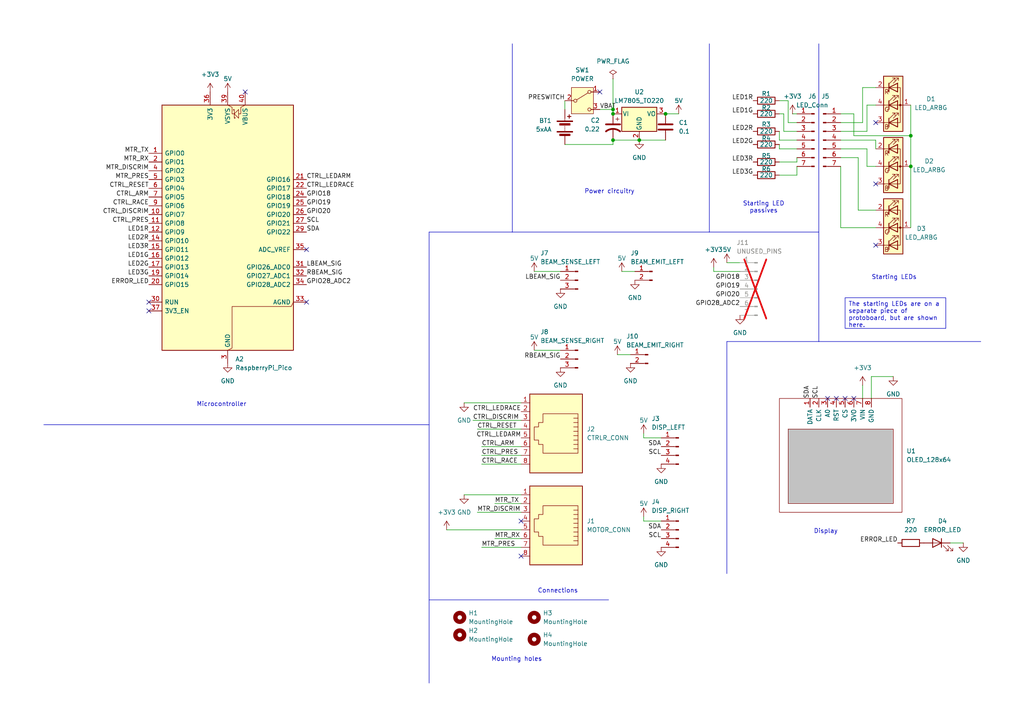
<source format=kicad_sch>
(kicad_sch (version 20231120) (generator "eeschema") (generator_version "8.0")
  (paper "A4")
  (lib_symbols
    (symbol "Adafruit_River:OLED128x64"
      (property "Reference" "U" (at 0 0 0))
      (symbol "OLED128x64_0_1"
        (rectangle (start 2.54 -10.16) (end 33.02 -31.75) (fill (type color) (color 194 194 194 1)))
      )
      (symbol "OLED128x64_1_1"
        (rectangle (start 0 -1.27) (end 35.56 -34.29))
        (pin bidirectional line (at 8.89 -1.27 270) (length 2.54) (name "DATA") (number "1"))
        (pin bidirectional line (at 11.43 -1.27 270) (length 2.54) (name "CLK") (number "2"))
        (pin input line (at 13.97 -1.27 270) (length 2.54) (name "A0") (number "3"))
        (pin input line (at 16.51 -1.27 270) (length 2.54) (name "RST") (number "4"))
        (pin input line (at 19.05 -1.27 270) (length 2.54) (name "CS") (number "5"))
        (pin power_out line (at 21.59 -1.27 270) (length 2.54) (name "3VO") (number "6"))
        (pin power_in line (at 24.13 -1.27 270) (length 2.54) (name "VIN") (number "7"))
        (pin power_in line (at 26.67 -1.27 270) (length 2.54) (name "GND") (number "8"))
      )
    )
    (symbol "Connector:Conn_01x02_Pin" (pin_names (offset 1.016) hide)
      (property "Reference" "J" (at 0 2.54 0))
      (property "Value" "Conn_01x02_Pin" (at 0 -5.08 0))
      (symbol "Conn_01x02_Pin_1_1"
        (polyline (pts (xy 1.27 -2.54) (xy 0.8636 -2.54)) (stroke (width 0.1524)))
        (polyline (pts (xy 1.27 0) (xy 0.8636 0)) (stroke (width 0.1524)))
        (rectangle (start 0.8636 -2.413) (end 0 -2.667) (stroke (width 0.1524)) (fill (type outline)))
        (rectangle (start 0.8636 0.127) (end 0 -0.127) (stroke (width 0.1524)) (fill (type outline)))
        (pin passive line (at 5.08 0 180) (length 3.81) (name "Pin_1") (number "1"))
        (pin passive line (at 5.08 -2.54 180) (length 3.81) (name "Pin_2") (number "2"))
      )
    )
    (symbol "Connector:Conn_01x03_Pin" (pin_names (offset 1.016) hide)
      (property "Reference" "J" (at 0 5.08 0))
      (property "Value" "Conn_01x03_Pin" (at 0 -5.08 0))
      (symbol "Conn_01x03_Pin_1_1"
        (polyline (pts (xy 1.27 -2.54) (xy 0.8636 -2.54)) (stroke (width 0.1524)))
        (polyline (pts (xy 1.27 0) (xy 0.8636 0)) (stroke (width 0.1524)))
        (polyline (pts (xy 1.27 2.54) (xy 0.8636 2.54)) (stroke (width 0.1524)))
        (rectangle (start 0.8636 -2.413) (end 0 -2.667) (stroke (width 0.1524)) (fill (type outline)))
        (rectangle (start 0.8636 0.127) (end 0 -0.127) (stroke (width 0.1524)) (fill (type outline)))
        (rectangle (start 0.8636 2.667) (end 0 2.413) (stroke (width 0.1524)) (fill (type outline)))
        (pin passive line (at 5.08 2.54 180) (length 3.81) (name "Pin_1") (number "1"))
        (pin passive line (at 5.08 0 180) (length 3.81) (name "Pin_2") (number "2"))
        (pin passive line (at 5.08 -2.54 180) (length 3.81) (name "Pin_3") (number "3"))
      )
    )
    (symbol "Connector:Conn_01x04_Pin" (pin_names (offset 1.016) hide)
      (property "Reference" "J" (at 0 5.08 0))
      (property "Value" "Conn_01x04_Pin" (at 0 -7.62 0))
      (symbol "Conn_01x04_Pin_1_1"
        (polyline (pts (xy 1.27 -5.08) (xy 0.8636 -5.08)) (stroke (width 0.1524)))
        (polyline (pts (xy 1.27 -2.54) (xy 0.8636 -2.54)) (stroke (width 0.1524)))
        (polyline (pts (xy 1.27 0) (xy 0.8636 0)) (stroke (width 0.1524)))
        (polyline (pts (xy 1.27 2.54) (xy 0.8636 2.54)) (stroke (width 0.1524)))
        (rectangle (start 0.8636 -4.953) (end 0 -5.207) (stroke (width 0.1524)) (fill (type outline)))
        (rectangle (start 0.8636 -2.413) (end 0 -2.667) (stroke (width 0.1524)) (fill (type outline)))
        (rectangle (start 0.8636 0.127) (end 0 -0.127) (stroke (width 0.1524)) (fill (type outline)))
        (rectangle (start 0.8636 2.667) (end 0 2.413) (stroke (width 0.1524)) (fill (type outline)))
        (pin passive line (at 5.08 2.54 180) (length 3.81) (name "Pin_1") (number "1"))
        (pin passive line (at 5.08 0 180) (length 3.81) (name "Pin_2") (number "2"))
        (pin passive line (at 5.08 -2.54 180) (length 3.81) (name "Pin_3") (number "3"))
        (pin passive line (at 5.08 -5.08 180) (length 3.81) (name "Pin_4") (number "4"))
      )
    )
    (symbol "Connector:Conn_01x07_Pin" (pin_names (offset 1.016) hide)
      (property "Reference" "J" (at 0 10.16 0))
      (property "Value" "Conn_01x07_Pin" (at 0 -10.16 0))
      (symbol "Conn_01x07_Pin_1_1"
        (polyline (pts (xy 1.27 -7.62) (xy 0.8636 -7.62)) (stroke (width 0.1524)))
        (polyline (pts (xy 1.27 -5.08) (xy 0.8636 -5.08)) (stroke (width 0.1524)))
        (polyline (pts (xy 1.27 -2.54) (xy 0.8636 -2.54)) (stroke (width 0.1524)))
        (polyline (pts (xy 1.27 0) (xy 0.8636 0)) (stroke (width 0.1524)))
        (polyline (pts (xy 1.27 2.54) (xy 0.8636 2.54)) (stroke (width 0.1524)))
        (polyline (pts (xy 1.27 5.08) (xy 0.8636 5.08)) (stroke (width 0.1524)))
        (polyline (pts (xy 1.27 7.62) (xy 0.8636 7.62)) (stroke (width 0.1524)))
        (rectangle (start 0.8636 -7.493) (end 0 -7.747) (stroke (width 0.1524)) (fill (type outline)))
        (rectangle (start 0.8636 -4.953) (end 0 -5.207) (stroke (width 0.1524)) (fill (type outline)))
        (rectangle (start 0.8636 -2.413) (end 0 -2.667) (stroke (width 0.1524)) (fill (type outline)))
        (rectangle (start 0.8636 0.127) (end 0 -0.127) (stroke (width 0.1524)) (fill (type outline)))
        (rectangle (start 0.8636 2.667) (end 0 2.413) (stroke (width 0.1524)) (fill (type outline)))
        (rectangle (start 0.8636 5.207) (end 0 4.953) (stroke (width 0.1524)) (fill (type outline)))
        (rectangle (start 0.8636 7.747) (end 0 7.493) (stroke (width 0.1524)) (fill (type outline)))
        (pin passive line (at 5.08 7.62 180) (length 3.81) (name "Pin_1") (number "1"))
        (pin passive line (at 5.08 5.08 180) (length 3.81) (name "Pin_2") (number "2"))
        (pin passive line (at 5.08 2.54 180) (length 3.81) (name "Pin_3") (number "3"))
        (pin passive line (at 5.08 0 180) (length 3.81) (name "Pin_4") (number "4"))
        (pin passive line (at 5.08 -2.54 180) (length 3.81) (name "Pin_5") (number "5"))
        (pin passive line (at 5.08 -5.08 180) (length 3.81) (name "Pin_6") (number "6"))
        (pin passive line (at 5.08 -7.62 180) (length 3.81) (name "Pin_7") (number "7"))
      )
    )
    (symbol "Connector:RJ45" (pin_names (offset 1.016))
      (property "Reference" "J" (at -5.08 13.97 0))
      (property "Value" "RJ45" (at 2.54 13.97 0))
      (symbol "RJ45_0_1"
        (polyline (pts (xy -5.08 4.445) (xy -6.35 4.445)))
        (polyline (pts (xy -5.08 5.715) (xy -6.35 5.715)))
        (polyline (pts (xy -6.35 -3.175) (xy -5.08 -3.175) (xy -5.08 -3.175)))
        (polyline (pts (xy -6.35 -1.905) (xy -5.08 -1.905) (xy -5.08 -1.905)))
        (polyline (pts (xy -6.35 -0.635) (xy -5.08 -0.635) (xy -5.08 -0.635)))
        (polyline (pts (xy -6.35 0.635) (xy -5.08 0.635) (xy -5.08 0.635)))
        (polyline (pts (xy -6.35 1.905) (xy -5.08 1.905) (xy -5.08 1.905)))
        (polyline (pts (xy -5.08 3.175) (xy -6.35 3.175) (xy -6.35 3.175)))
        (polyline (pts (xy -6.35 -4.445) (xy -6.35 6.985) (xy 3.81 6.985) (xy 3.81 4.445) (xy 5.08 4.445) (xy 5.08 3.175) (xy 6.35 3.175) (xy 6.35 -0.635) (xy 5.08 -0.635) (xy 5.08 -1.905) (xy 3.81 -1.905) (xy 3.81 -4.445) (xy -6.35 -4.445) (xy -6.35 -4.445)))
        (rectangle (start 7.62 12.7) (end -7.62 -10.16) (stroke (width 0.254)) (fill (type background)))
      )
      (symbol "RJ45_1_1"
        (pin passive line (at 10.16 -7.62 180) (length 2.54) (name "~") (number "1"))
        (pin passive line (at 10.16 -5.08 180) (length 2.54) (name "~") (number "2"))
        (pin passive line (at 10.16 -2.54 180) (length 2.54) (name "~") (number "3"))
        (pin passive line (at 10.16 0 180) (length 2.54) (name "~") (number "4"))
        (pin passive line (at 10.16 2.54 180) (length 2.54) (name "~") (number "5"))
        (pin passive line (at 10.16 5.08 180) (length 2.54) (name "~") (number "6"))
        (pin passive line (at 10.16 7.62 180) (length 2.54) (name "~") (number "7"))
        (pin passive line (at 10.16 10.16 180) (length 2.54) (name "~") (number "8"))
      )
    )
    (symbol "Device:Battery" (pin_numbers hide) (pin_names (offset 0) hide)
      (property "Reference" "BT" (at 2.54 2.54 0))
      (property "Value" "Battery" (at 2.54 0 0))
      (symbol "Battery_0_1"
        (rectangle (start -2.286 -1.27) (end 2.286 -1.524) (fill (type outline)))
        (rectangle (start -2.286 1.778) (end 2.286 1.524) (fill (type outline)))
        (rectangle (start -1.524 -2.032) (end 1.524 -2.54) (fill (type outline)))
        (rectangle (start -1.524 1.016) (end 1.524 0.508) (fill (type outline)))
        (polyline (pts (xy 0 -1.016) (xy 0 -0.762)))
        (polyline (pts (xy 0 -0.508) (xy 0 -0.254)))
        (polyline (pts (xy 0 0) (xy 0 0.254)))
        (polyline (pts (xy 0 1.778) (xy 0 2.54)))
        (polyline (pts (xy 0.762 3.048) (xy 1.778 3.048)) (stroke (width 0.254)))
        (polyline (pts (xy 1.27 3.556) (xy 1.27 2.54)) (stroke (width 0.254)))
      )
      (symbol "Battery_1_1"
        (pin passive line (at 0 5.08 270) (length 2.54) (name "+") (number "1"))
        (pin passive line (at 0 -5.08 90) (length 2.54) (name "-") (number "2"))
      )
    )
    (symbol "Device:C" (pin_numbers hide) (pin_names (offset 0.254))
      (property "Reference" "C" (at 0.635 2.54 0))
      (property "Value" "C" (at 0.635 -2.54 0))
      (symbol "C_0_1"
        (polyline (pts (xy -2.032 -0.762) (xy 2.032 -0.762)) (stroke (width 0.508)))
        (polyline (pts (xy -2.032 0.762) (xy 2.032 0.762)) (stroke (width 0.508)))
      )
      (symbol "C_1_1"
        (pin passive line (at 0 3.81 270) (length 2.794) (name "~") (number "1"))
        (pin passive line (at 0 -3.81 90) (length 2.794) (name "~") (number "2"))
      )
    )
    (symbol "Device:C_Polarized_US" (pin_numbers hide) (pin_names (offset 0.254) hide)
      (property "Reference" "C" (at 0.635 2.54 0))
      (property "Value" "C_Polarized_US" (at 0.635 -2.54 0))
      (symbol "C_Polarized_US_0_1"
        (polyline (pts (xy -2.032 0.762) (xy 2.032 0.762)) (stroke (width 0.508)))
        (polyline (pts (xy -1.778 2.286) (xy -0.762 2.286)))
        (polyline (pts (xy -1.27 1.778) (xy -1.27 2.794)))
        (arc (start 2.032 -1.27) (mid 0 -0.5572) (end -2.032 -1.27) (stroke (width 0.508)))
      )
      (symbol "C_Polarized_US_1_1"
        (pin passive line (at 0 3.81 270) (length 2.794) (name "~") (number "1"))
        (pin passive line (at 0 -3.81 90) (length 3.302) (name "~") (number "2"))
      )
    )
    (symbol "Device:LED" (pin_numbers hide) (pin_names (offset 1.016) hide)
      (property "Reference" "D" (at 0 2.54 0))
      (property "Value" "LED" (at 0 -2.54 0))
      (symbol "LED_0_1"
        (polyline (pts (xy -1.27 -1.27) (xy -1.27 1.27)) (stroke (width 0.254)))
        (polyline (pts (xy -1.27 0) (xy 1.27 0)))
        (polyline (pts (xy 1.27 -1.27) (xy 1.27 1.27) (xy -1.27 0) (xy 1.27 -1.27)) (stroke (width 0.254)))
        (polyline (pts (xy -3.048 -0.762) (xy -4.572 -2.286) (xy -3.81 -2.286) (xy -4.572 -2.286) (xy -4.572 -1.524)))
        (polyline (pts (xy -1.778 -0.762) (xy -3.302 -2.286) (xy -2.54 -2.286) (xy -3.302 -2.286) (xy -3.302 -1.524)))
      )
      (symbol "LED_1_1"
        (pin passive line (at -3.81 0 0) (length 2.54) (name "K") (number "1"))
        (pin passive line (at 3.81 0 180) (length 2.54) (name "A") (number "2"))
      )
    )
    (symbol "Device:LED_ARBG" (pin_names (offset 0) hide)
      (property "Reference" "D" (at 0 9.398 0))
      (property "Value" "LED_ARBG" (at 0 -8.89 0))
      (symbol "LED_ARBG_0_0"
        (text "B" (at -1.905 -6.35 0) (effects (font (size 1.27 1.27))))
        (text "G" (at -1.905 -1.27 0) (effects (font (size 1.27 1.27))))
        (text "R" (at -1.905 3.81 0) (effects (font (size 1.27 1.27))))
      )
      (symbol "LED_ARBG_0_1"
        (polyline (pts (xy -1.27 -5.08) (xy -2.54 -5.08)))
        (polyline (pts (xy -1.27 -5.08) (xy 1.27 -5.08)))
        (polyline (pts (xy -1.27 -3.81) (xy -1.27 -6.35)) (stroke (width 0.254)))
        (polyline (pts (xy -1.27 0) (xy -2.54 0)))
        (polyline (pts (xy -1.27 1.27) (xy -1.27 -1.27)) (stroke (width 0.254)))
        (polyline (pts (xy -1.27 5.08) (xy -2.54 5.08)))
        (polyline (pts (xy -1.27 5.08) (xy 1.27 5.08)))
        (polyline (pts (xy -1.27 6.35) (xy -1.27 3.81)) (stroke (width 0.254)))
        (polyline (pts (xy 1.27 0) (xy -1.27 0)))
        (polyline (pts (xy 1.27 0) (xy 2.54 0)))
        (polyline (pts (xy -1.27 1.27) (xy -1.27 -1.27) (xy -1.27 -1.27)))
        (polyline (pts (xy -1.27 6.35) (xy -1.27 3.81) (xy -1.27 3.81)))
        (polyline (pts (xy 1.27 -5.08) (xy 2.032 -5.08) (xy 2.032 5.08) (xy 1.27 5.08)))
        (polyline (pts (xy 1.27 -3.81) (xy 1.27 -6.35) (xy -1.27 -5.08) (xy 1.27 -3.81)) (stroke (width 0.254)))
        (polyline (pts (xy 1.27 1.27) (xy 1.27 -1.27) (xy -1.27 0) (xy 1.27 1.27)) (stroke (width 0.254)))
        (polyline (pts (xy 1.27 6.35) (xy 1.27 3.81) (xy -1.27 5.08) (xy 1.27 6.35)) (stroke (width 0.254)))
        (polyline (pts (xy -1.016 -3.81) (xy 0.508 -2.286) (xy -0.254 -2.286) (xy 0.508 -2.286) (xy 0.508 -3.048)))
        (polyline (pts (xy -1.016 1.27) (xy 0.508 2.794) (xy -0.254 2.794) (xy 0.508 2.794) (xy 0.508 2.032)))
        (polyline (pts (xy -1.016 6.35) (xy 0.508 7.874) (xy -0.254 7.874) (xy 0.508 7.874) (xy 0.508 7.112)))
        (polyline (pts (xy 0 -3.81) (xy 1.524 -2.286) (xy 0.762 -2.286) (xy 1.524 -2.286) (xy 1.524 -3.048)))
        (polyline (pts (xy 0 1.27) (xy 1.524 2.794) (xy 0.762 2.794) (xy 1.524 2.794) (xy 1.524 2.032)))
        (polyline (pts (xy 0 6.35) (xy 1.524 7.874) (xy 0.762 7.874) (xy 1.524 7.874) (xy 1.524 7.112)))
        (rectangle (start 1.27 -1.27) (end 1.27 1.27))
        (rectangle (start 1.27 1.27) (end 1.27 1.27))
        (rectangle (start 1.27 3.81) (end 1.27 6.35))
        (rectangle (start 1.27 6.35) (end 1.27 6.35))
        (circle (center 2.032 0) (radius 0.254) (fill (type outline)))
        (rectangle (start 2.794 8.382) (end -2.794 -7.62) (stroke (width 0.254)) (fill (type background)))
      )
      (symbol "LED_ARBG_1_1"
        (pin passive line (at 5.08 0 180) (length 2.54) (name "A") (number "1"))
        (pin passive line (at -5.08 5.08 0) (length 2.54) (name "RK") (number "2"))
        (pin passive line (at -5.08 -5.08 0) (length 2.54) (name "BK") (number "3"))
        (pin passive line (at -5.08 0 0) (length 2.54) (name "GK") (number "4"))
      )
    )
    (symbol "Device:R" (pin_numbers hide) (pin_names (offset 0))
      (property "Reference" "R" (at 2.032 0 90))
      (property "Value" "R" (at 0 0 90))
      (symbol "R_0_1"
        (rectangle (start -1.016 -2.54) (end 1.016 2.54) (stroke (width 0.254)))
      )
      (symbol "R_1_1"
        (pin passive line (at 0 3.81 270) (length 1.27) (name "~") (number "1"))
        (pin passive line (at 0 -3.81 90) (length 1.27) (name "~") (number "2"))
      )
    )
    (symbol "MCU_Module_RaspberryPi_Pico:RaspberryPi_Pico" (pin_names (offset 0.762))
      (property "Reference" "A" (at -19.05 38.1 0))
      (property "Value" "RaspberryPi_Pico" (at 7.62 38.1 0))
      (symbol "RaspberryPi_Pico_0_1"
        (rectangle (start -19.05 36.83) (end 19.05 -34.29) (stroke (width 0.254)) (fill (type background)))
        (polyline (pts (xy 0 36.83) (xy 1.27 36.195) (xy 1.27 34.29) (xy 1.905 34.29)))
        (polyline (pts (xy 1.905 34.29) (xy 3.175 35.56) (xy 3.175 33.02) (xy 1.905 34.29)))
        (polyline (pts (xy 5.08 36.83) (xy 3.81 36.195) (xy 3.81 34.29) (xy 3.175 34.29)))
        (polyline (pts (xy 0 -34.29) (xy 1.27 -33.655) (xy 1.27 -21.59) (xy 18.415 -21.59) (xy 19.05 -20.32)))
        (polyline (pts (xy 1.651 35.306) (xy 1.651 35.56) (xy 1.905 35.56) (xy 1.905 33.02) (xy 2.159 33.02) (xy 2.159 33.274)))
      )
      (symbol "RaspberryPi_Pico_1_1"
        (pin bidirectional line (at -22.86 22.86 0) (length 3.81) (name "GPIO0") (number "1"))
        (pin bidirectional line (at -22.86 5.08 0) (length 3.81) (name "GPIO7") (number "10"))
        (pin bidirectional line (at -22.86 2.54 0) (length 3.81) (name "GPIO8") (number "11"))
        (pin bidirectional line (at -22.86 0 0) (length 3.81) (name "GPIO9") (number "12"))
        (pin passive line (at 0 -38.1 90) (length 3.81) hide (name "GND") (number "13"))
        (pin bidirectional line (at -22.86 -2.54 0) (length 3.81) (name "GPIO10") (number "14"))
        (pin bidirectional line (at -22.86 -5.08 0) (length 3.81) (name "GPIO11") (number "15"))
        (pin bidirectional line (at -22.86 -7.62 0) (length 3.81) (name "GPIO12") (number "16"))
        (pin bidirectional line (at -22.86 -10.16 0) (length 3.81) (name "GPIO13") (number "17"))
        (pin passive line (at 0 -38.1 90) (length 3.81) hide (name "GND") (number "18"))
        (pin bidirectional line (at -22.86 -12.7 0) (length 3.81) (name "GPIO14") (number "19"))
        (pin bidirectional line (at -22.86 20.32 0) (length 3.81) (name "GPIO1") (number "2"))
        (pin bidirectional line (at -22.86 -15.24 0) (length 3.81) (name "GPIO15") (number "20"))
        (pin bidirectional line (at 22.86 15.24 180) (length 3.81) (name "GPIO16") (number "21"))
        (pin bidirectional line (at 22.86 12.7 180) (length 3.81) (name "GPIO17") (number "22"))
        (pin passive line (at 0 -38.1 90) (length 3.81) hide (name "GND") (number "23"))
        (pin bidirectional line (at 22.86 10.16 180) (length 3.81) (name "GPIO18") (number "24"))
        (pin bidirectional line (at 22.86 7.62 180) (length 3.81) (name "GPIO19") (number "25"))
        (pin bidirectional line (at 22.86 5.08 180) (length 3.81) (name "GPIO20") (number "26"))
        (pin bidirectional line (at 22.86 2.54 180) (length 3.81) (name "GPIO21") (number "27"))
        (pin passive line (at 0 -38.1 90) (length 3.81) hide (name "GND") (number "28"))
        (pin bidirectional line (at 22.86 0 180) (length 3.81) (name "GPIO22") (number "29"))
        (pin power_out line (at 0 -38.1 90) (length 3.81) (name "GND") (number "3"))
        (pin input line (at -22.86 -20.32 0) (length 3.81) (name "RUN") (number "30"))
        (pin bidirectional line (at 22.86 -10.16 180) (length 3.81) (name "GPIO26_ADC0") (number "31"))
        (pin bidirectional line (at 22.86 -12.7 180) (length 3.81) (name "GPIO27_ADC1") (number "32"))
        (pin power_out line (at 22.86 -20.32 180) (length 3.81) (name "AGND") (number "33"))
        (pin bidirectional line (at 22.86 -15.24 180) (length 3.81) (name "GPIO28_ADC2") (number "34"))
        (pin power_in line (at 22.86 -5.08 180) (length 3.81) (name "ADC_VREF") (number "35"))
        (pin power_out line (at -5.08 40.64 270) (length 3.81) (name "3V3") (number "36"))
        (pin input line (at -22.86 -22.86 0) (length 3.81) (name "3V3_EN") (number "37"))
        (pin passive line (at 0 -38.1 90) (length 3.81) hide (name "GND") (number "38"))
        (pin power_in line (at 0 40.64 270) (length 3.81) (name "VSYS") (number "39"))
        (pin bidirectional line (at -22.86 17.78 0) (length 3.81) (name "GPIO2") (number "4"))
        (pin power_out line (at 5.08 40.64 270) (length 3.81) (name "VBUS") (number "40"))
        (pin bidirectional line (at -22.86 15.24 0) (length 3.81) (name "GPIO3") (number "5"))
        (pin bidirectional line (at -22.86 12.7 0) (length 3.81) (name "GPIO4") (number "6"))
        (pin bidirectional line (at -22.86 10.16 0) (length 3.81) (name "GPIO5") (number "7"))
        (pin passive line (at 0 -38.1 90) (length 3.81) hide (name "GND") (number "8"))
        (pin bidirectional line (at -22.86 7.62 0) (length 3.81) (name "GPIO6") (number "9"))
      )
    )
    (symbol "Mechanical:MountingHole" (pin_names (offset 1.016)) (exclude_from_sim yes) (in_bom no)
      (property "Reference" "H" (at 0 5.08 0))
      (property "Value" "MountingHole" (at 0 3.175 0))
      (symbol "MountingHole_0_1"
        (circle (center 0 0) (radius 1.27) (stroke (width 1.27)))
      )
    )
    (symbol "Regulator_Linear:LM7805_TO220" (pin_names (offset 0.254))
      (property "Reference" "U" (at -3.81 3.175 0))
      (property "Value" "LM7805_TO220" (at 0 3.175 0))
      (symbol "LM7805_TO220_0_1"
        (rectangle (start -5.08 1.905) (end 5.08 -5.08) (stroke (width 0.254)) (fill (type background)))
      )
      (symbol "LM7805_TO220_1_1"
        (pin power_in line (at -7.62 0 0) (length 2.54) (name "VI") (number "1"))
        (pin power_in line (at 0 -7.62 90) (length 2.54) (name "GND") (number "2"))
        (pin power_out line (at 7.62 0 180) (length 2.54) (name "VO") (number "3"))
      )
    )
    (symbol "SparkFun-PowerSymbol:5V" (power) (pin_names (offset 0))
      (property "Value" "5V" (at 0 3.81 0))
      (symbol "5V_0_1"
        (polyline (pts (xy -0.762 1.27) (xy 0 2.54)))
        (polyline (pts (xy 0 0) (xy 0 2.54)))
        (polyline (pts (xy 0 2.54) (xy 0.762 1.27)))
      )
      (symbol "5V_1_1"
        (pin power_in line (at 0 0 90) (length 0) hide (name "5V") (number "1"))
      )
    )
    (symbol "Switch:SW_SPDT" (pin_names (offset 0) hide)
      (property "Reference" "SW" (at 0 5.08 0))
      (property "Value" "SW_SPDT" (at 0 -5.08 0))
      (symbol "SW_SPDT_0_1"
        (circle (center -2.032 0) (radius 0.4572))
        (polyline (pts (xy -1.651 0.254) (xy 1.651 2.286)))
        (circle (center 2.032 -2.54) (radius 0.4572))
        (circle (center 2.032 2.54) (radius 0.4572))
      )
      (symbol "SW_SPDT_1_1"
        (rectangle (start -3.175 3.81) (end 3.175 -3.81) (fill (type background)))
        (pin passive line (at 5.08 2.54 180) (length 2.54) (name "A") (number "1"))
        (pin passive line (at -5.08 0 0) (length 2.54) (name "B") (number "2"))
        (pin passive line (at 5.08 -2.54 180) (length 2.54) (name "C") (number "3"))
      )
    )
    (symbol "power:+3V3" (power) (pin_numbers hide) (pin_names (offset 0) hide)
      (property "Value" "+3V3" (at 0 3.556 0))
      (symbol "+3V3_0_1"
        (polyline (pts (xy -0.762 1.27) (xy 0 2.54)))
        (polyline (pts (xy 0 0) (xy 0 2.54)))
        (polyline (pts (xy 0 2.54) (xy 0.762 1.27)))
      )
      (symbol "+3V3_1_1"
        (pin power_in line (at 0 0 90) (length 0) (name "~") (number "1"))
      )
    )
    (symbol "power:GND" (power) (pin_numbers hide) (pin_names (offset 0) hide)
      (property "Value" "GND" (at 0 -3.81 0))
      (symbol "GND_0_1"
        (polyline (pts (xy 0 0) (xy 0 -1.27) (xy 1.27 -1.27) (xy 0 -2.54) (xy -1.27 -1.27) (xy 0 -1.27)))
      )
      (symbol "GND_1_1"
        (pin power_in line (at 0 0 270) (length 0) (name "~") (number "1"))
      )
    )
    (symbol "power:PWR_FLAG" (power) (pin_numbers hide) (pin_names (offset 0) hide)
      (property "Value" "PWR_FLAG" (at 0 3.81 0))
      (symbol "PWR_FLAG_0_0"
        (pin power_out line (at 0 0 90) (length 0) (name "~") (number "1"))
      )
      (symbol "PWR_FLAG_0_1"
        (polyline (pts (xy 0 0) (xy 0 1.27) (xy -1.016 1.905) (xy 0 2.54) (xy 1.016 1.905) (xy 0 1.27)))
      )
    )
  )
  (junction (at 264.16 39.37))
  (junction (at 177.8 40.64))
  (junction (at 177.8 33.02))
  (junction (at 185.42 40.64))
  (junction (at 264.16 48.26))
  (junction (at 177.8 31.75))
  (junction (at 193.04 33.02))
  (no_connect (at 173.99 26.67))
  (no_connect (at 151.13 161.29))
  (no_connect (at 151.13 151.13))
  (no_connect (at 71.12 26.67))
  (no_connect (at 247.65 115.57))
  (no_connect (at 43.18 87.63))
  (no_connect (at 88.9 72.39))
  (no_connect (at 254 35.56))
  (no_connect (at 88.9 87.63))
  (no_connect (at 242.57 115.57))
  (no_connect (at 240.03 115.57))
  (no_connect (at 254 53.34))
  (no_connect (at 43.18 90.17))
  (no_connect (at 254 71.12))
  (no_connect (at 245.11 115.57))
  (wire (pts (xy 180.34 78.74) (xy 184.15 78.74)))
  (polyline (pts (xy 237.49 99.06) (xy 284.48 99.06)))
  (polyline (pts (xy 205.74 67.31) (xy 237.49 67.31)))
  (wire (pts (xy 226.06 38.1) (xy 226.06 40.64)))
  (wire (pts (xy 251.46 30.48) (xy 254 30.48)))
  (polyline (pts (xy 210.82 99.06) (xy 210.82 166.37)))
  (wire (pts (xy 243.84 43.18) (xy 251.46 43.18)))
  (wire (pts (xy 137.16 121.92) (xy 151.13 121.92)))
  (wire (pts (xy 251.46 43.18) (xy 251.46 48.26)))
  (wire (pts (xy 264.16 48.26) (xy 264.16 66.04)))
  (wire (pts (xy 173.99 31.75) (xy 177.8 31.75)))
  (wire (pts (xy 138.43 124.46) (xy 151.13 124.46)))
  (wire (pts (xy 139.7 158.75) (xy 151.13 158.75)))
  (wire (pts (xy 250.19 111.76) (xy 250.19 115.57)))
  (wire (pts (xy 243.84 45.72) (xy 248.92 45.72)))
  (polyline (pts (xy 12.7 123.19) (xy 124.46 123.19)))
  (wire (pts (xy 210.82 76.2) (xy 214.63 76.2)))
  (wire (pts (xy 251.46 48.26) (xy 254 48.26)))
  (wire (pts (xy 248.92 45.72) (xy 248.92 60.96)))
  (wire (pts (xy 228.6 29.21) (xy 228.6 35.56)))
  (polyline (pts (xy 148.59 12.7) (xy 148.59 67.31)))
  (polyline (pts (xy 148.59 67.31) (xy 205.74 67.31)))
  (wire (pts (xy 154.94 101.6) (xy 162.56 101.6)))
  (wire (pts (xy 243.84 66.04) (xy 254 66.04)))
  (wire (pts (xy 186.69 149.86) (xy 186.69 151.13)))
  (wire (pts (xy 226.06 41.91) (xy 226.06 43.18)))
  (wire (pts (xy 243.84 40.64) (xy 254 40.64)))
  (wire (pts (xy 138.43 148.59) (xy 151.13 148.59)))
  (wire (pts (xy 154.94 78.74) (xy 162.56 78.74)))
  (wire (pts (xy 226.06 43.18) (xy 231.14 43.18)))
  (wire (pts (xy 177.8 31.75) (xy 177.8 33.02)))
  (wire (pts (xy 226.06 50.8) (xy 231.14 50.8)))
  (wire (pts (xy 186.69 125.73) (xy 186.69 127)))
  (wire (pts (xy 228.6 35.56) (xy 231.14 35.56)))
  (wire (pts (xy 250.19 25.4) (xy 254 25.4)))
  (wire (pts (xy 248.92 60.96) (xy 254 60.96)))
  (wire (pts (xy 193.04 33.02) (xy 196.85 33.02)))
  (wire (pts (xy 177.8 40.64) (xy 185.42 40.64)))
  (wire (pts (xy 163.83 41.91) (xy 177.8 41.91)))
  (wire (pts (xy 227.33 33.02) (xy 227.33 38.1)))
  (wire (pts (xy 279.4 157.48) (xy 275.59 157.48)))
  (wire (pts (xy 185.42 40.64) (xy 193.04 40.64)))
  (wire (pts (xy 243.84 48.26) (xy 243.84 66.04)))
  (wire (pts (xy 207.01 78.74) (xy 214.63 78.74)))
  (polyline (pts (xy 124.46 67.31) (xy 148.59 67.31)))
  (wire (pts (xy 247.65 33.02) (xy 247.65 39.37)))
  (wire (pts (xy 231.14 50.8) (xy 231.14 48.26)))
  (wire (pts (xy 186.69 127) (xy 191.77 127)))
  (wire (pts (xy 264.16 30.48) (xy 264.16 39.37)))
  (wire (pts (xy 226.06 40.64) (xy 231.14 40.64)))
  (polyline (pts (xy 124.46 123.19) (xy 124.46 198.12)))
  (wire (pts (xy 177.8 41.91) (xy 177.8 40.64)))
  (wire (pts (xy 226.06 46.99) (xy 231.14 46.99)))
  (wire (pts (xy 250.19 35.56) (xy 250.19 25.4)))
  (wire (pts (xy 186.69 151.13) (xy 191.77 151.13)))
  (wire (pts (xy 179.07 102.87) (xy 182.88 102.87)))
  (wire (pts (xy 251.46 38.1) (xy 251.46 30.48)))
  (wire (pts (xy 243.84 35.56) (xy 250.19 35.56)))
  (wire (pts (xy 177.8 22.86) (xy 177.8 31.75)))
  (wire (pts (xy 243.84 33.02) (xy 247.65 33.02)))
  (wire (pts (xy 134.62 116.84) (xy 151.13 116.84)))
  (wire (pts (xy 247.65 39.37) (xy 264.16 39.37)))
  (polyline (pts (xy 124.46 123.19) (xy 124.46 67.31)))
  (wire (pts (xy 252.73 109.22) (xy 252.73 115.57)))
  (wire (pts (xy 207.01 77.47) (xy 207.01 78.74)))
  (wire (pts (xy 243.84 38.1) (xy 251.46 38.1)))
  (wire (pts (xy 229.87 33.02) (xy 231.14 33.02)))
  (wire (pts (xy 264.16 39.37) (xy 264.16 48.26)))
  (wire (pts (xy 134.62 143.51) (xy 151.13 143.51)))
  (polyline (pts (xy 205.74 12.7) (xy 205.74 67.31)))
  (polyline (pts (xy 124.46 173.99) (xy 176.53 173.99)))
  (wire (pts (xy 163.83 29.21) (xy 163.83 31.75)))
  (polyline (pts (xy 237.49 12.7) (xy 237.49 99.06)))
  (wire (pts (xy 226.06 29.21) (xy 228.6 29.21)))
  (wire (pts (xy 143.51 156.21) (xy 151.13 156.21)))
  (wire (pts (xy 231.14 46.99) (xy 231.14 45.72)))
  (wire (pts (xy 139.7 129.54) (xy 151.13 129.54)))
  (wire (pts (xy 259.08 109.22) (xy 252.73 109.22)))
  (wire (pts (xy 143.51 146.05) (xy 151.13 146.05)))
  (wire (pts (xy 227.33 38.1) (xy 231.14 38.1)))
  (wire (pts (xy 139.7 132.08) (xy 151.13 132.08)))
  (wire (pts (xy 139.7 134.62) (xy 151.13 134.62)))
  (wire (pts (xy 129.54 153.67) (xy 151.13 153.67)))
  (polyline (pts (xy 237.49 99.06) (xy 210.82 99.06)))
  (wire (pts (xy 226.06 33.02) (xy 227.33 33.02)))
  (wire (pts (xy 254 40.64) (xy 254 43.18)))
  (text_box "The starting LEDs are on a separate piece of protoboard, but are shown here." (at 245.11 86.36 0) (size 29.21 8.89) (effects (font (size 1.27 1.27)) (justify left top)))
  (text "Starting LED\npassives" (at 221.488 60.198 0) (effects (font (size 1.27 1.27))))
  (text "Power circuitry" (at 176.784 55.626 0) (effects (font (size 1.27 1.27))))
  (text "Connections" (at 161.798 171.45 0) (effects (font (size 1.27 1.27))))
  (text "Display\n" (at 239.522 154.178 0) (effects (font (size 1.27 1.27))))
  (text "Starting LEDs" (at 259.334 80.518 0) (effects (font (size 1.27 1.27))))
  (text "Mounting holes" (at 149.86 191.262 0) (effects (font (size 1.27 1.27))))
  (text "Microcontroller\n" (at 64.262 117.348 0) (effects (font (size 1.27 1.27))))
  (label "LED3G" (at 43.18 80.01 180))
  (label "CTRL_LEDRACE" (at 88.9 54.61 0))
  (label "ERROR_LED" (at 260.35 157.48 180))
  (label "SDA" (at 234.95 115.57 90))
  (label "RBEAM_SIG" (at 88.9 80.01 0))
  (label "CTRL_LEDARM" (at 151.13 127 180))
  (label "MTR_PRES" (at 139.7 158.75 0))
  (label "GPIO20" (at 214.63 86.36 180))
  (label "PRESWITCH" (at 163.83 29.21 180))
  (label "CTRL_RACE" (at 43.18 59.69 180))
  (label "SDA" (at 88.9 67.31 0))
  (label "GPIO20" (at 88.9 62.23 0))
  (label "ERROR_LED" (at 43.18 82.55 180))
  (label "LED1G" (at 43.18 74.93 180))
  (label "LED2R" (at 218.44 38.1 180))
  (label "CTRL_ARM" (at 43.18 57.15 180))
  (label "SDA" (at 191.77 129.54 180))
  (label "LED1G" (at 218.44 33.02 180))
  (label "CTRL_DISCRIM" (at 43.18 62.23 180))
  (label "LED2G" (at 43.18 77.47 180))
  (label "CTRL_LEDRACE" (at 151.13 119.38 180))
  (label "LBEAM_SIG" (at 162.56 81.28 180))
  (label "LED1R" (at 218.44 29.21 180))
  (label "GPIO28_ADC2" (at 214.63 88.9 180))
  (label "CTRL_PRES" (at 43.18 64.77 180))
  (label "LED2R" (at 43.18 69.85 180))
  (label "RBEAM_SIG" (at 162.56 104.14 180))
  (label "MTR_RX" (at 43.18 46.99 180))
  (label "MTR_PRES" (at 43.18 52.07 180))
  (label "SCL" (at 191.77 156.21 180))
  (label "LBEAM_SIG" (at 88.9 77.47 0))
  (label "GPIO18" (at 214.63 81.28 180))
  (label "MTR_TX" (at 43.18 44.45 180))
  (label "CTRL_LEDARM" (at 88.9 52.07 0))
  (label "GPIO19" (at 88.9 59.69 0))
  (label "SCL" (at 191.77 132.08 180))
  (label "SDA" (at 191.77 153.67 180))
  (label "GPIO28_ADC2" (at 88.9 82.55 0))
  (label "GPIO19" (at 214.63 83.82 180))
  (label "SCL" (at 88.9 64.77 0))
  (label "LED3R" (at 43.18 72.39 180))
  (label "CTRL_RESET" (at 43.18 54.61 180))
  (label "SCL" (at 237.49 115.57 90))
  (label "CTRL_DISCRIM" (at 137.16 121.92 0))
  (label "MTR_DISCRIM" (at 138.43 148.59 0))
  (label "MTR_RX" (at 143.51 156.21 0))
  (label "LED3R" (at 218.44 46.99 180))
  (label "LED1R" (at 43.18 67.31 180))
  (label "GPIO18" (at 88.9 57.15 0))
  (label "VBAT" (at 173.99 31.75 0))
  (label "CTRL_ARM" (at 139.7 129.54 0))
  (label "CTRL_RESET" (at 138.43 124.46 0))
  (label "LED2G" (at 218.44 41.91 180))
  (label "CTRL_PRES" (at 139.7 132.08 0))
  (label "MTR_TX" (at 143.51 146.05 0))
  (label "LED3G" (at 218.44 50.8 180))
  (label "CTRL_RACE" (at 139.7 134.62 0))
  (label "MTR_DISCRIM" (at 43.18 49.53 180))
  (symbol (lib_id "Device:R") (at 222.25 50.8 90) (unit 1)
    (property "Reference" "R6" (at 222.25 49.022 90))
    (property "Value" "220" (at 222.25 50.8 90))
    (property "Footprint" "Resistor_THT:R_Axial_DIN0207_L6.3mm_D2.5mm_P7.62mm_Horizontal" (effects (hide yes)))
    (property "Description" "Resistor" (effects (hide yes)))
  )
  (symbol (lib_id "power:+3V3") (at 229.87 33.02 0) (unit 1)
    (property "Reference" "#PWR05" (effects (hide yes)))
    (property "Value" "+3V3" (at 229.87 27.94 0))
    (property "Description" "Power symbol creates a global label with name \"+3V3\"" (effects (hide yes)))
  )
  (symbol (lib_id "Device:Battery") (at 163.83 36.83 0) (unit 1)
    (property "Reference" "BT1" (at 160.02 34.9884 0) (effects (justify right)))
    (property "Value" "5xAA" (at 160.02 37.5284 0) (effects (justify right)))
    (property "Footprint" "Connector_PinHeader_2.54mm:PinHeader_1x02_P2.54mm_Horizontal" (effects (hide yes)))
    (property "Description" "Multiple-cell battery" (effects (hide yes)))
  )
  (symbol (lib_id "power:+3V3") (at 207.01 77.47 0) (unit 1)
    (property "Reference" "#PWR026" (effects (hide yes)))
    (property "Value" "+3V3" (at 207.01 72.39 0))
    (property "Description" "Power symbol creates a global label with name \"+3V3\"" (effects (hide yes)))
  )
  (symbol (lib_id "Connector:Conn_01x07_Pin") (at 219.71 83.82 0) (mirror y) (unit 1) (dnp yes)
    (property "Reference" "J11" (at 213.614 70.358 0) (effects (justify right)))
    (property "Value" "UNUSED_PINS" (at 213.614 72.898 0) (effects (justify right)))
    (property "Footprint" "Connector_PinHeader_2.54mm:PinHeader_1x07_P2.54mm_Vertical" (effects (hide yes)))
    (property "Description" "Generic connector, single row, 01x07, script generated" (effects (hide yes)))
  )
  (symbol (lib_id "Device:C") (at 193.04 36.83 0) (unit 1)
    (property "Reference" "C1" (at 196.85 35.5599 0) (effects (justify left)))
    (property "Value" "0.1" (at 196.85 38.0999 0) (effects (justify left)))
    (property "Footprint" "Capacitor_THT:C_Disc_D5.0mm_W2.5mm_P5.00mm" (effects (hide yes)))
    (property "Description" "Unpolarized capacitor" (effects (hide yes)))
  )
  (symbol (lib_id "Connector:Conn_01x02_Pin") (at 187.96 102.87 0) (mirror y) (unit 1)
    (property "Reference" "J10" (at 181.61 97.536 0) (effects (justify right)))
    (property "Value" "BEAM_EMIT_RIGHT" (at 181.61 100.076 0) (effects (justify right)))
    (property "Footprint" "Connector_PinHeader_2.54mm:PinHeader_1x02_P2.54mm_Horizontal" (effects (hide yes)))
    (property "Description" "Generic connector, single row, 01x02, script generated" (effects (hide yes)))
  )
  (symbol (lib_id "power:GND") (at 184.15 81.28 0) (unit 1)
    (property "Reference" "#PWR014" (effects (hide yes)))
    (property "Value" "GND" (at 184.15 86.36 0))
    (property "Description" "Power symbol creates a global label with name \"GND\" , ground" (effects (hide yes)))
  )
  (symbol (lib_id "SparkFun-PowerSymbol:5V") (at 186.69 149.86 0) (unit 1)
    (property "Reference" "#PWR03" (effects (hide yes)))
    (property "Value" "5V" (at 186.69 146.05 0))
    (property "Description" "Power symbol creates a global label with name \"5V\"" (effects (hide yes)))
  )
  (symbol (lib_id "Adafruit_River:OLED128x64") (at 226.06 114.3 0) (unit 1)
    (property "Reference" "U1" (at 262.89 130.8099 0) (effects (justify left)))
    (property "Value" "OLED_128x64" (at 262.89 133.3499 0) (effects (justify left)))
    (property "Footprint" "Display:Adafruit_SSD1306_No_Mounting_Holes" (effects (hide yes)))
  )
  (symbol (lib_id "Device:LED_ARBG") (at 259.08 30.48 0) (unit 1) (on_board no)
    (property "Reference" "D1" (at 270.002 28.702 0))
    (property "Value" "LED_ARBG" (at 270.002 31.242 0))
    (property "Footprint" "LED_THT:LED_D5.0mm-4_RGB" (effects (hide yes)))
    (property "Description" "RGB LED, anode/red/blue/green" (effects (hide yes)))
  )
  (symbol (lib_id "SparkFun-PowerSymbol:5V") (at 179.07 102.87 0) (unit 1)
    (property "Reference" "#PWR021" (effects (hide yes)))
    (property "Value" "5V" (at 179.07 99.06 0))
    (property "Description" "Power symbol creates a global label with name \"5V\"" (effects (hide yes)))
  )
  (symbol (lib_id "Mechanical:MountingHole") (at 133.35 179.07 0) (unit 1) (exclude_from_sim yes) (in_bom no)
    (property "Reference" "H1" (at 135.89 177.7999 0) (effects (justify left)))
    (property "Value" "MountingHole" (at 135.89 180.3399 0) (effects (justify left)))
    (property "Footprint" "MountingHole:MountingHole_3mm" (effects (hide yes)))
    (property "Description" "Mounting Hole without connection" (effects (hide yes)))
  )
  (symbol (lib_id "power:GND") (at 66.04 105.41 0) (unit 1)
    (property "Reference" "#PWR020" (effects (hide yes)))
    (property "Value" "GND" (at 66.04 110.49 0))
    (property "Description" "Power symbol creates a global label with name \"GND\" , ground" (effects (hide yes)))
  )
  (symbol (lib_id "power:GND") (at 185.42 40.64 0) (unit 1)
    (property "Reference" "#PWR06" (effects (hide yes)))
    (property "Value" "GND" (at 185.42 45.72 0))
    (property "Description" "Power symbol creates a global label with name \"GND\" , ground" (effects (hide yes)))
  )
  (symbol (lib_id "Device:R") (at 222.25 29.21 90) (unit 1)
    (property "Reference" "R1" (at 222.25 27.178 90))
    (property "Value" "220" (at 222.25 29.21 90))
    (property "Footprint" "Resistor_THT:R_Axial_DIN0207_L6.3mm_D2.5mm_P7.62mm_Horizontal" (effects (hide yes)))
    (property "Description" "Resistor" (effects (hide yes)))
  )
  (symbol (lib_id "SparkFun-PowerSymbol:5V") (at 66.04 26.67 0) (unit 1)
    (property "Reference" "#PWR08" (effects (hide yes)))
    (property "Value" "5V" (at 66.04 22.86 0))
    (property "Description" "Power symbol creates a global label with name \"5V\"" (effects (hide yes)))
  )
  (symbol (lib_id "Device:R") (at 222.25 38.1 90) (unit 1)
    (property "Reference" "R3" (at 222.25 36.068 90))
    (property "Value" "220" (at 222.25 38.1 90))
    (property "Footprint" "Resistor_THT:R_Axial_DIN0207_L6.3mm_D2.5mm_P7.62mm_Horizontal" (effects (hide yes)))
    (property "Description" "Resistor" (effects (hide yes)))
  )
  (symbol (lib_id "Connector:Conn_01x03_Pin") (at 167.64 104.14 0) (mirror y) (unit 1)
    (property "Reference" "J8" (at 156.718 96.266 0) (effects (justify right)))
    (property "Value" "BEAM_SENSE_RIGHT" (at 156.718 98.806 0) (effects (justify right)))
    (property "Footprint" "Connector_PinHeader_2.54mm:PinHeader_1x03_P2.54mm_Horizontal" (effects (hide yes)))
    (property "Description" "Generic connector, single row, 01x03, script generated" (effects (hide yes)))
  )
  (symbol (lib_id "MCU_Module_RaspberryPi_Pico:RaspberryPi_Pico") (at 66.04 67.31 0) (unit 1)
    (property "Reference" "A2" (at 68.2341 104.14 0) (effects (justify left)))
    (property "Value" "RaspberryPi_Pico" (at 68.2341 106.68 0) (effects (justify left)))
    (property "Footprint" "Module:RaspberryPi_Pico_Common_THT" (effects (hide yes)))
    (property "Datasheet" "https://datasheets.raspberrypi.com/pico/pico-datasheet.pdf" (effects (hide yes)))
    (property "Description" "Versatile and inexpensive microcontroller module powered by RP2040 dual-core Arm Cortex-M0+ processor up to 133 MHz, 264kB SRAM, 2MB QSPI flash" (effects (hide yes)))
  )
  (symbol (lib_id "Mechanical:MountingHole") (at 154.94 185.42 0) (unit 1) (exclude_from_sim yes) (in_bom no)
    (property "Reference" "H4" (at 157.48 184.1499 0) (effects (justify left)))
    (property "Value" "MountingHole" (at 157.48 186.6899 0) (effects (justify left)))
    (property "Footprint" "MountingHole:MountingHole_3mm" (effects (hide yes)))
    (property "Description" "Mounting Hole without connection" (effects (hide yes)))
  )
  (symbol (lib_id "power:+3V3") (at 250.19 111.76 0) (unit 1)
    (property "Reference" "#PWR027" (effects (hide yes)))
    (property "Value" "+3V3" (at 250.19 106.68 0))
    (property "Description" "Power symbol creates a global label with name \"+3V3\"" (effects (hide yes)))
  )
  (symbol (lib_id "power:GND") (at 162.56 106.68 0) (unit 1)
    (property "Reference" "#PWR012" (effects (hide yes)))
    (property "Value" "GND" (at 162.56 111.76 0))
    (property "Description" "Power symbol creates a global label with name \"GND\" , ground" (effects (hide yes)))
  )
  (symbol (lib_id "Connector:Conn_01x02_Pin") (at 189.23 78.74 0) (mirror y) (unit 1)
    (property "Reference" "J9" (at 182.88 73.406 0) (effects (justify right)))
    (property "Value" "BEAM_EMIT_LEFT" (at 182.88 75.946 0) (effects (justify right)))
    (property "Footprint" "Connector_PinHeader_2.54mm:PinHeader_1x02_P2.54mm_Horizontal" (effects (hide yes)))
    (property "Description" "Generic connector, single row, 01x02, script generated" (effects (hide yes)))
  )
  (symbol (lib_id "power:+3V3") (at 60.96 26.67 0) (unit 1)
    (property "Reference" "#PWR019" (effects (hide yes)))
    (property "Value" "+3V3" (at 60.96 21.59 0))
    (property "Description" "Power symbol creates a global label with name \"+3V3\"" (effects (hide yes)))
  )
  (symbol (lib_id "Connector:Conn_01x07_Pin") (at 238.76 40.64 0) (unit 1) (on_board no)
    (property "Reference" "J5" (at 239.395 27.94 0))
    (property "Value" "Conn_01x07_Pin" (effects (hide yes)))
    (property "Footprint" "Connector_PinHeader_2.54mm:PinHeader_1x07_P2.54mm_Vertical" (effects (hide yes)))
    (property "Description" "Generic connector, single row, 01x07, script generated" (effects (hide yes)))
  )
  (symbol (lib_id "power:GND") (at 182.88 105.41 0) (unit 1)
    (property "Reference" "#PWR022" (effects (hide yes)))
    (property "Value" "GND" (at 182.88 110.49 0))
    (property "Description" "Power symbol creates a global label with name \"GND\" , ground" (effects (hide yes)))
  )
  (symbol (lib_id "Device:LED_ARBG") (at 259.08 66.04 0) (unit 1) (on_board no)
    (property "Reference" "D3" (at 267.208 66.294 0))
    (property "Value" "LED_ARBG" (at 267.208 68.834 0))
    (property "Footprint" "LED_THT:LED_D5.0mm-4_RGB" (effects (hide yes)))
    (property "Description" "RGB LED, anode/red/blue/green" (effects (hide yes)))
  )
  (symbol (lib_id "power:GND") (at 134.62 116.84 0) (unit 1)
    (property "Reference" "#PWR018" (effects (hide yes)))
    (property "Value" "GND" (at 134.62 121.92 0))
    (property "Description" "Power symbol creates a global label with name \"GND\" , ground" (effects (hide yes)))
  )
  (symbol (lib_id "power:GND") (at 191.77 134.62 0) (unit 1)
    (property "Reference" "#PWR02" (effects (hide yes)))
    (property "Value" "GND" (at 191.77 139.7 0))
    (property "Description" "Power symbol creates a global label with name \"GND\" , ground" (effects (hide yes)))
  )
  (symbol (lib_id "SparkFun-PowerSymbol:5V") (at 196.85 33.02 0) (unit 1)
    (property "Reference" "#PWR07" (effects (hide yes)))
    (property "Value" "5V" (at 196.85 29.21 0))
    (property "Description" "Power symbol creates a global label with name \"5V\"" (effects (hide yes)))
  )
  (symbol (lib_id "SparkFun-PowerSymbol:5V") (at 186.69 125.73 0) (unit 1)
    (property "Reference" "#PWR01" (effects (hide yes)))
    (property "Value" "5V" (at 186.69 121.92 0))
    (property "Description" "Power symbol creates a global label with name \"5V\"" (effects (hide yes)))
  )
  (symbol (lib_id "Connector:Conn_01x04_Pin") (at 196.85 153.67 0) (mirror y) (unit 1)
    (property "Reference" "J4" (at 188.976 145.542 0) (effects (justify right)))
    (property "Value" "DISP_RIGHT" (at 188.976 148.082 0) (effects (justify right)))
    (property "Footprint" "Connector_PinHeader_2.54mm:PinHeader_1x04_P2.54mm_Horizontal" (effects (hide yes)))
    (property "Description" "Generic connector, single row, 01x04, script generated" (effects (hide yes)))
  )
  (symbol (lib_id "Connector:Conn_01x04_Pin") (at 196.85 129.54 0) (mirror y) (unit 1)
    (property "Reference" "J3" (at 188.976 121.412 0) (effects (justify right)))
    (property "Value" "DISP_LEFT" (at 188.976 123.952 0) (effects (justify right)))
    (property "Footprint" "Connector_PinHeader_2.54mm:PinHeader_1x04_P2.54mm_Horizontal" (effects (hide yes)))
    (property "Description" "Generic connector, single row, 01x04, script generated" (effects (hide yes)))
  )
  (symbol (lib_id "power:GND") (at 279.4 157.48 0) (mirror y) (unit 1)
    (property "Reference" "#PWR017" (effects (hide yes)))
    (property "Value" "GND" (at 279.4 162.56 0))
    (property "Description" "Power symbol creates a global label with name \"GND\" , ground" (effects (hide yes)))
  )
  (symbol (lib_id "Mechanical:MountingHole") (at 133.35 184.15 0) (unit 1) (exclude_from_sim yes) (in_bom no)
    (property "Reference" "H2" (at 135.89 182.8799 0) (effects (justify left)))
    (property "Value" "MountingHole" (at 135.89 185.4199 0) (effects (justify left)))
    (property "Footprint" "MountingHole:MountingHole_3mm" (effects (hide yes)))
    (property "Description" "Mounting Hole without connection" (effects (hide yes)))
  )
  (symbol (lib_id "Device:LED_ARBG") (at 259.08 48.26 0) (unit 1) (on_board no)
    (property "Reference" "D2" (at 269.494 46.736 0))
    (property "Value" "LED_ARBG" (at 269.494 49.276 0))
    (property "Footprint" "LED_THT:LED_D5.0mm-4_RGB" (effects (hide yes)))
    (property "Description" "RGB LED, anode/red/blue/green" (effects (hide yes)))
  )
  (symbol (lib_id "power:PWR_FLAG") (at 177.8 22.86 0) (unit 1)
    (property "Reference" "#FLG01" (effects (hide yes)))
    (property "Value" "PWR_FLAG" (at 177.8 17.78 0))
    (property "Description" "Special symbol for telling ERC where power comes from" (effects (hide yes)))
  )
  (symbol (lib_id "power:GND") (at 162.56 83.82 0) (unit 1)
    (property "Reference" "#PWR010" (effects (hide yes)))
    (property "Value" "GND" (at 162.56 88.9 0))
    (property "Description" "Power symbol creates a global label with name \"GND\" , ground" (effects (hide yes)))
  )
  (symbol (lib_id "SparkFun-PowerSymbol:5V") (at 180.34 78.74 0) (unit 1)
    (property "Reference" "#PWR013" (effects (hide yes)))
    (property "Value" "5V" (at 180.34 74.93 0))
    (property "Description" "Power symbol creates a global label with name \"5V\"" (effects (hide yes)))
  )
  (symbol (lib_id "power:+3V3") (at 129.54 153.67 0) (unit 1)
    (property "Reference" "#PWR015" (effects (hide yes)))
    (property "Value" "+3V3" (at 129.54 148.59 0))
    (property "Description" "Power symbol creates a global label with name \"+3V3\"" (effects (hide yes)))
  )
  (symbol (lib_id "Connector:Conn_01x07_Pin") (at 236.22 40.64 0) (mirror y) (unit 1)
    (property "Reference" "J6" (at 235.585 27.94 0))
    (property "Value" "LED_Conn" (at 235.585 30.48 0))
    (property "Footprint" "Connector_PinHeader_2.54mm:PinHeader_1x07_P2.54mm_Vertical" (effects (hide yes)))
    (property "Description" "Generic connector, single row, 01x07, script generated" (effects (hide yes)))
  )
  (symbol (lib_id "Switch:SW_SPDT") (at 168.91 29.21 0) (unit 1)
    (property "Reference" "SW1" (at 168.91 20.32 0))
    (property "Value" "POWER" (at 168.91 22.86 0))
    (property "Footprint" "Connector_PinSocket_2.54mm:PinSocket_1x03_P2.54mm_Vertical" (effects (hide yes)))
    (property "Description" "Switch, single pole double throw" (effects (hide yes)))
  )
  (symbol (lib_id "Connector:RJ45") (at 161.29 151.13 180) (unit 1)
    (property "Reference" "J1" (at 170.18 151.1299 0) (effects (justify right)))
    (property "Value" "MOTOR_CONN" (at 170.18 153.6699 0) (effects (justify right)))
    (property "Footprint" "SparkFun_Connector:RJ45_Breakout_2.54mm" (effects (hide yes)))
    (property "Description" "RJ connector, 8P8C (8 positions 8 connected)" (effects (hide yes)))
  )
  (symbol (lib_id "Connector:Conn_01x03_Pin") (at 167.64 81.28 0) (mirror y) (unit 1)
    (property "Reference" "J7" (at 156.718 73.406 0) (effects (justify right)))
    (property "Value" "BEAM_SENSE_LEFT" (at 156.718 75.946 0) (effects (justify right)))
    (property "Footprint" "Connector_PinHeader_2.54mm:PinHeader_1x03_P2.54mm_Horizontal" (effects (hide yes)))
    (property "Description" "Generic connector, single row, 01x03, script generated" (effects (hide yes)))
  )
  (symbol (lib_id "Device:C_Polarized_US") (at 177.8 36.83 0) (mirror y) (unit 1)
    (property "Reference" "C2" (at 173.99 34.9249 0) (effects (justify left)))
    (property "Value" "0.22" (at 173.99 37.4649 0) (effects (justify left)))
    (property "Footprint" "Capacitor_THT:CP_Radial_D4.0mm_P2.00mm" (effects (hide yes)))
    (property "Description" "Polarized capacitor, US symbol" (effects (hide yes)))
  )
  (symbol (lib_id "power:GND") (at 134.62 143.51 0) (unit 1)
    (property "Reference" "#PWR016" (effects (hide yes)))
    (property "Value" "GND" (at 134.62 148.59 0))
    (property "Description" "Power symbol creates a global label with name \"GND\" , ground" (effects (hide yes)))
  )
  (symbol (lib_id "Device:R") (at 264.16 157.48 270) (mirror x) (unit 1)
    (property "Reference" "R7" (at 264.16 151.13 90))
    (property "Value" "220" (at 264.16 153.67 90))
    (property "Footprint" "Resistor_THT:R_Axial_DIN0207_L6.3mm_D2.5mm_P7.62mm_Horizontal" (effects (hide yes)))
    (property "Description" "Resistor" (effects (hide yes)))
  )
  (symbol (lib_id "Device:R") (at 222.25 41.91 90) (unit 1)
    (property "Reference" "R4" (at 222.25 40.132 90))
    (property "Value" "220" (at 222.25 41.91 90))
    (property "Footprint" "Resistor_THT:R_Axial_DIN0207_L6.3mm_D2.5mm_P7.62mm_Horizontal" (effects (hide yes)))
    (property "Description" "Resistor" (effects (hide yes)))
  )
  (symbol (lib_id "Regulator_Linear:LM7805_TO220") (at 185.42 33.02 0) (unit 1)
    (property "Reference" "U2" (at 185.42 26.67 0))
    (property "Value" "LM7805_TO220" (at 185.42 29.21 0))
    (property "Footprint" "Package_TO_SOT_THT:TO-220-3_Vertical" (effects (hide yes)))
    (property "Datasheet" "https://www.onsemi.cn/PowerSolutions/document/MC7800-D.PDF" (effects (hide yes)))
    (property "Description" "Positive 1A 35V Linear Regulator, Fixed Output 5V, TO-220" (effects (hide yes)))
  )
  (symbol (lib_id "Device:LED") (at 271.78 157.48 0) (mirror y) (unit 1)
    (property "Reference" "D4" (at 273.3675 151.13 0))
    (property "Value" "ERROR_LED" (at 273.3675 153.67 0))
    (property "Footprint" "LED_THT:LED_D5.0mm" (effects (hide yes)))
    (property "Description" "Light emitting diode" (effects (hide yes)))
  )
  (symbol (lib_id "Device:R") (at 222.25 46.99 90) (unit 1)
    (property "Reference" "R5" (at 222.25 45.212 90))
    (property "Value" "220" (at 222.25 46.99 90))
    (property "Footprint" "Resistor_THT:R_Axial_DIN0207_L6.3mm_D2.5mm_P7.62mm_Horizontal" (effects (hide yes)))
    (property "Description" "Resistor" (effects (hide yes)))
  )
  (symbol (lib_id "SparkFun-PowerSymbol:5V") (at 210.82 76.2 0) (unit 1)
    (property "Reference" "#PWR025" (effects (hide yes)))
    (property "Value" "5V" (at 210.82 72.39 0))
    (property "Description" "Power symbol creates a global label with name \"5V\"" (effects (hide yes)))
  )
  (symbol (lib_id "SparkFun-PowerSymbol:5V") (at 154.94 101.6 0) (unit 1)
    (property "Reference" "#PWR011" (effects (hide yes)))
    (property "Value" "5V" (at 154.94 97.79 0))
    (property "Description" "Power symbol creates a global label with name \"5V\"" (effects (hide yes)))
  )
  (symbol (lib_id "Mechanical:MountingHole") (at 154.94 179.07 0) (unit 1) (exclude_from_sim yes) (in_bom no)
    (property "Reference" "H3" (at 157.48 177.7999 0) (effects (justify left)))
    (property "Value" "MountingHole" (at 157.48 180.3399 0) (effects (justify left)))
    (property "Footprint" "MountingHole:MountingHole_3mm" (effects (hide yes)))
    (property "Description" "Mounting Hole without connection" (effects (hide yes)))
  )
  (symbol (lib_id "Device:R") (at 222.25 33.02 90) (unit 1)
    (property "Reference" "R2" (at 222.25 31.242 90))
    (property "Value" "220" (at 222.25 33.02 90))
    (property "Footprint" "Resistor_THT:R_Axial_DIN0207_L6.3mm_D2.5mm_P7.62mm_Horizontal" (effects (hide yes)))
    (property "Description" "Resistor" (effects (hide yes)))
  )
  (symbol (lib_id "Connector:RJ45") (at 161.29 124.46 180) (unit 1)
    (property "Reference" "J2" (at 170.18 124.4599 0) (effects (justify right)))
    (property "Value" "CTRLR_CONN" (at 170.18 126.9999 0) (effects (justify right)))
    (property "Footprint" "SparkFun_Connector:RJ45_Breakout_2.54mm" (effects (hide yes)))
    (property "Description" "RJ connector, 8P8C (8 positions 8 connected)" (effects (hide yes)))
  )
  (symbol (lib_id "power:GND") (at 214.63 91.44 0) (unit 1)
    (property "Reference" "#PWR024" (effects (hide yes)))
    (property "Value" "GND" (at 214.63 96.52 0))
    (property "Description" "Power symbol creates a global label with name \"GND\" , ground" (effects (hide yes)))
  )
  (symbol (lib_id "power:GND") (at 259.08 109.22 0) (unit 1)
    (property "Reference" "#PWR028" (effects (hide yes)))
    (property "Value" "GND" (at 259.08 114.3 0))
    (property "Description" "Power symbol creates a global label with name \"GND\" , ground" (effects (hide yes)))
  )
  (symbol (lib_id "power:GND") (at 191.77 158.75 0) (unit 1)
    (property "Reference" "#PWR04" (effects (hide yes)))
    (property "Value" "GND" (at 191.77 163.83 0))
    (property "Description" "Power symbol creates a global label with name \"GND\" , ground" (effects (hide yes)))
  )
  (symbol (lib_id "SparkFun-PowerSymbol:5V") (at 154.94 78.74 0) (unit 1)
    (property "Reference" "#PWR09" (effects (hide yes)))
    (property "Value" "5V" (at 154.94 74.93 0))
    (property "Description" "Power symbol creates a global label with name \"5V\"" (effects (hide yes)))
  )
)
</source>
